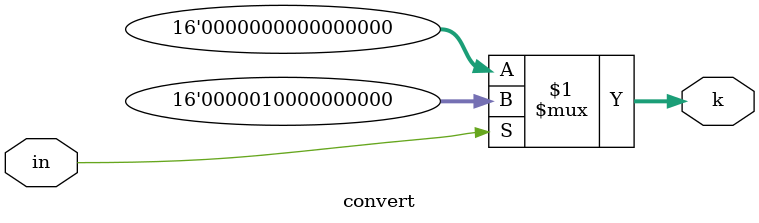
<source format=v>

module convert (in,k);
parameter DWIDTH=16;
parameter IWIDTH=64;

input [0:0] in;
output [DWIDTH-1:0] k;

assign k = in ? 16'b0000010000000000 : 16'b0000000000000000;

endmodule
</source>
